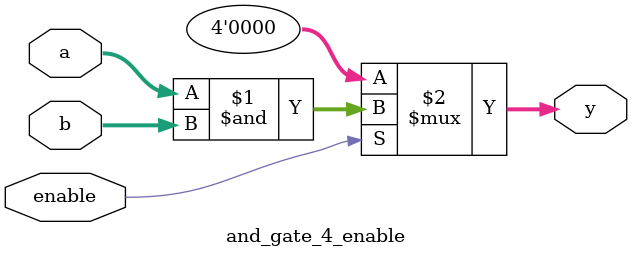
<source format=sv>
module and_gate_4_enable (
    input wire [3:0] a,      // 4-bit input A
    input wire [3:0] b,      // 4-bit input B
    input wire enable,       // Enable signal
    output wire [3:0] y      // 4-bit output Y
);
    assign y = (enable) ? (a & b) : 4'b0000;  // AND operation with enable
endmodule

</source>
